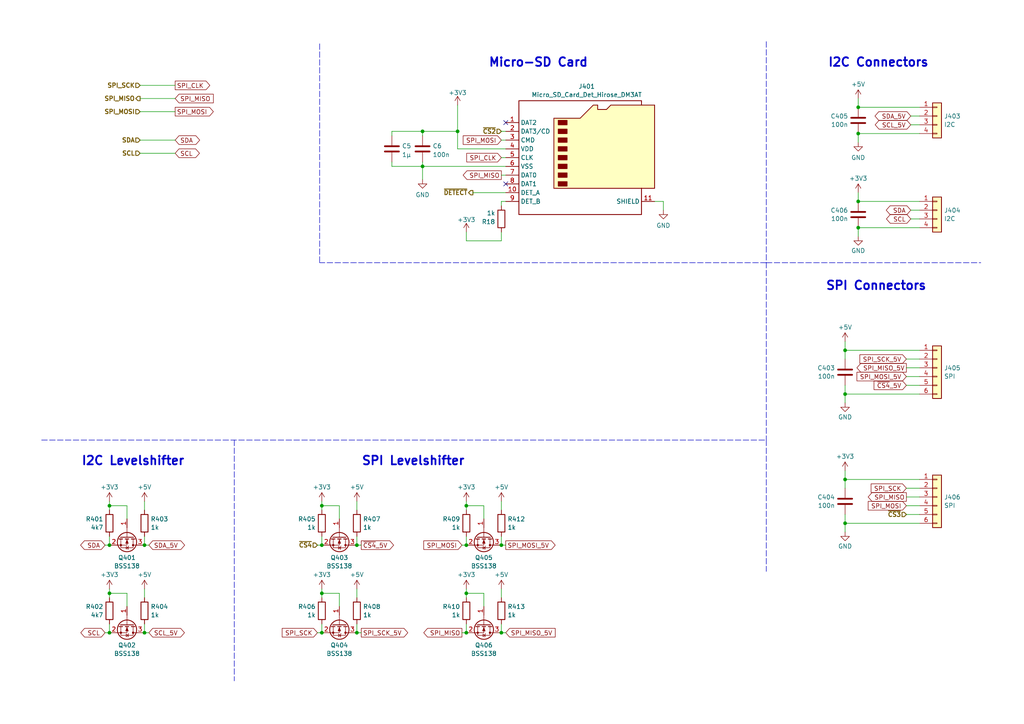
<source format=kicad_sch>
(kicad_sch (version 20231120) (generator "eeschema") (generator_version "8.0")
  (paper "A4")
  (lib_symbols
    (symbol "Connector:Micro_SD_Card_Det_Hirose_DM3AT"
      (property "Reference" "J" (at -16.51 17.78 0))
      (property "Value" "Micro_SD_Card_Det_Hirose_DM3AT" (at 16.51 17.78 0))
      (symbol "Micro_SD_Card_Det_Hirose_DM3AT_0_1"
        (rectangle (start -7.62 -6.985) (end -5.08 -8.255) (stroke (width 0.254)) (fill (type outline)))
        (rectangle (start -7.62 -4.445) (end -5.08 -5.715) (stroke (width 0.254)) (fill (type outline)))
        (rectangle (start -7.62 -1.905) (end -5.08 -3.175) (stroke (width 0.254)) (fill (type outline)))
        (rectangle (start -7.62 0.635) (end -5.08 -0.635) (stroke (width 0.254)) (fill (type outline)))
        (rectangle (start -7.62 3.175) (end -5.08 1.905) (stroke (width 0.254)) (fill (type outline)))
        (rectangle (start -7.62 5.715) (end -5.08 4.445) (stroke (width 0.254)) (fill (type outline)))
        (rectangle (start -7.62 8.255) (end -5.08 6.985) (stroke (width 0.254)) (fill (type outline)))
        (rectangle (start -7.62 10.795) (end -5.08 9.525) (stroke (width 0.254)) (fill (type outline)))
        (polyline (pts (xy 16.51 15.24) (xy 16.51 16.51) (xy -19.05 16.51) (xy -19.05 -16.51) (xy 16.51 -16.51) (xy 16.51 -8.89)) (stroke (width 0.254)))
        (polyline (pts (xy -8.89 -8.89) (xy -8.89 11.43) (xy -1.27 11.43) (xy 2.54 15.24) (xy 3.81 15.24) (xy 3.81 13.97) (xy 6.35 13.97) (xy 7.62 15.24) (xy 20.32 15.24) (xy 20.32 -8.89) (xy -8.89 -8.89)) (stroke (width 0.254)) (fill (type background)))
      )
      (symbol "Micro_SD_Card_Det_Hirose_DM3AT_1_1"
        (pin bidirectional line (at -22.86 10.16 0) (length 3.81) (name "DAT2") (number "1"))
        (pin passive line (at -22.86 -10.16 0) (length 3.81) (name "DET_A") (number "10"))
        (pin passive line (at 20.32 -12.7 180) (length 3.81) (name "SHIELD") (number "11"))
        (pin bidirectional line (at -22.86 7.62 0) (length 3.81) (name "DAT3/CD") (number "2"))
        (pin input line (at -22.86 5.08 0) (length 3.81) (name "CMD") (number "3"))
        (pin power_in line (at -22.86 2.54 0) (length 3.81) (name "VDD") (number "4"))
        (pin input line (at -22.86 0 0) (length 3.81) (name "CLK") (number "5"))
        (pin power_in line (at -22.86 -2.54 0) (length 3.81) (name "VSS") (number "6"))
        (pin bidirectional line (at -22.86 -5.08 0) (length 3.81) (name "DAT0") (number "7"))
        (pin bidirectional line (at -22.86 -7.62 0) (length 3.81) (name "DAT1") (number "8"))
        (pin passive line (at -22.86 -12.7 0) (length 3.81) (name "DET_B") (number "9"))
      )
    )
    (symbol "Connector_Generic:Conn_01x04" (pin_names (offset 1.016) hide)
      (property "Reference" "J" (at 0 5.08 0))
      (property "Value" "Conn_01x04" (at 0 -7.62 0))
      (symbol "Conn_01x04_1_1"
        (rectangle (start -1.27 -4.953) (end 0 -5.207) (stroke (width 0.1524)))
        (rectangle (start -1.27 -2.413) (end 0 -2.667) (stroke (width 0.1524)))
        (rectangle (start -1.27 0.127) (end 0 -0.127) (stroke (width 0.1524)))
        (rectangle (start -1.27 2.667) (end 0 2.413) (stroke (width 0.1524)))
        (rectangle (start -1.27 3.81) (end 1.27 -6.35) (stroke (width 0.254)) (fill (type background)))
        (pin passive line (at -5.08 2.54 0) (length 3.81) (name "Pin_1") (number "1"))
        (pin passive line (at -5.08 0 0) (length 3.81) (name "Pin_2") (number "2"))
        (pin passive line (at -5.08 -2.54 0) (length 3.81) (name "Pin_3") (number "3"))
        (pin passive line (at -5.08 -5.08 0) (length 3.81) (name "Pin_4") (number "4"))
      )
    )
    (symbol "Connector_Generic:Conn_01x06" (pin_names (offset 1.016) hide)
      (property "Reference" "J" (at 0 7.62 0))
      (property "Value" "Conn_01x06" (at 0 -10.16 0))
      (symbol "Conn_01x06_1_1"
        (rectangle (start -1.27 -7.493) (end 0 -7.747) (stroke (width 0.1524)))
        (rectangle (start -1.27 -4.953) (end 0 -5.207) (stroke (width 0.1524)))
        (rectangle (start -1.27 -2.413) (end 0 -2.667) (stroke (width 0.1524)))
        (rectangle (start -1.27 0.127) (end 0 -0.127) (stroke (width 0.1524)))
        (rectangle (start -1.27 2.667) (end 0 2.413) (stroke (width 0.1524)))
        (rectangle (start -1.27 5.207) (end 0 4.953) (stroke (width 0.1524)))
        (rectangle (start -1.27 6.35) (end 1.27 -8.89) (stroke (width 0.254)) (fill (type background)))
        (pin passive line (at -5.08 5.08 0) (length 3.81) (name "Pin_1") (number "1"))
        (pin passive line (at -5.08 2.54 0) (length 3.81) (name "Pin_2") (number "2"))
        (pin passive line (at -5.08 0 0) (length 3.81) (name "Pin_3") (number "3"))
        (pin passive line (at -5.08 -2.54 0) (length 3.81) (name "Pin_4") (number "4"))
        (pin passive line (at -5.08 -5.08 0) (length 3.81) (name "Pin_5") (number "5"))
        (pin passive line (at -5.08 -7.62 0) (length 3.81) (name "Pin_6") (number "6"))
      )
    )
    (symbol "Device:C" (pin_numbers hide) (pin_names (offset 0.254))
      (property "Reference" "C" (at 0.635 2.54 0))
      (property "Value" "C" (at 0.635 -2.54 0))
      (symbol "C_0_1"
        (polyline (pts (xy -2.032 -0.762) (xy 2.032 -0.762)) (stroke (width 0.508)))
        (polyline (pts (xy -2.032 0.762) (xy 2.032 0.762)) (stroke (width 0.508)))
      )
      (symbol "C_1_1"
        (pin passive line (at 0 3.81 270) (length 2.794) (name "~") (number "1"))
        (pin passive line (at 0 -3.81 90) (length 2.794) (name "~") (number "2"))
      )
    )
    (symbol "Device:R" (pin_numbers hide) (pin_names (offset 0))
      (property "Reference" "R" (at 2.032 0 90))
      (property "Value" "R" (at 0 0 90))
      (symbol "R_0_1"
        (rectangle (start -1.016 -2.54) (end 1.016 2.54) (stroke (width 0.254)))
      )
      (symbol "R_1_1"
        (pin passive line (at 0 3.81 270) (length 1.27) (name "~") (number "1"))
        (pin passive line (at 0 -3.81 90) (length 1.27) (name "~") (number "2"))
      )
    )
    (symbol "Transistor_FET:BSS138" (pin_names hide)
      (property "Reference" "Q" (at 5.08 1.905 0))
      (property "Value" "BSS138" (at 5.08 0 0))
      (symbol "BSS138_0_1"
        (polyline (pts (xy 0.254 0) (xy -2.54 0)))
        (polyline (pts (xy 0.254 1.905) (xy 0.254 -1.905)) (stroke (width 0.254)))
        (polyline (pts (xy 0.762 -1.27) (xy 0.762 -2.286)) (stroke (width 0.254)))
        (polyline (pts (xy 0.762 0.508) (xy 0.762 -0.508)) (stroke (width 0.254)))
        (polyline (pts (xy 0.762 2.286) (xy 0.762 1.27)) (stroke (width 0.254)))
        (polyline (pts (xy 2.54 2.54) (xy 2.54 1.778)))
        (polyline (pts (xy 2.54 -2.54) (xy 2.54 0) (xy 0.762 0)))
        (polyline (pts (xy 0.762 -1.778) (xy 3.302 -1.778) (xy 3.302 1.778) (xy 0.762 1.778)))
        (polyline (pts (xy 1.016 0) (xy 2.032 0.381) (xy 2.032 -0.381) (xy 1.016 0)) (fill (type outline)))
        (polyline (pts (xy 2.794 0.508) (xy 2.921 0.381) (xy 3.683 0.381) (xy 3.81 0.254)))
        (polyline (pts (xy 3.302 0.381) (xy 2.921 -0.254) (xy 3.683 -0.254) (xy 3.302 0.381)))
        (circle (center 1.651 0) (radius 2.794) (stroke (width 0.254)))
        (circle (center 2.54 -1.778) (radius 0.254) (fill (type outline)))
        (circle (center 2.54 1.778) (radius 0.254) (fill (type outline)))
      )
      (symbol "BSS138_1_1"
        (pin input line (at -5.08 0 0) (length 2.54) (name "G") (number "1"))
        (pin passive line (at 2.54 -5.08 90) (length 2.54) (name "S") (number "2"))
        (pin passive line (at 2.54 5.08 270) (length 2.54) (name "D") (number "3"))
      )
    )
    (symbol "power:+3V3" (power) (pin_names (offset 0))
      (property "Value" "+3V3" (at 0 3.556 0))
      (symbol "+3V3_0_1"
        (polyline (pts (xy -0.762 1.27) (xy 0 2.54)))
        (polyline (pts (xy 0 0) (xy 0 2.54)))
        (polyline (pts (xy 0 2.54) (xy 0.762 1.27)))
      )
      (symbol "+3V3_1_1"
        (pin power_in line (at 0 0 90) (length 0) hide (name "+3V3") (number "1"))
      )
    )
    (symbol "power:+5V" (power) (pin_names (offset 0))
      (property "Value" "+5V" (at 0 3.556 0))
      (symbol "+5V_0_1"
        (polyline (pts (xy -0.762 1.27) (xy 0 2.54)))
        (polyline (pts (xy 0 0) (xy 0 2.54)))
        (polyline (pts (xy 0 2.54) (xy 0.762 1.27)))
      )
      (symbol "+5V_1_1"
        (pin power_in line (at 0 0 90) (length 0) hide (name "+5V") (number "1"))
      )
    )
    (symbol "power:GND" (power) (pin_names (offset 0))
      (property "Value" "GND" (at 0 -3.81 0))
      (symbol "GND_0_1"
        (polyline (pts (xy 0 0) (xy 0 -1.27) (xy 1.27 -1.27) (xy 0 -2.54) (xy -1.27 -1.27) (xy 0 -1.27)))
      )
      (symbol "GND_1_1"
        (pin power_in line (at 0 0 270) (length 0) hide (name "GND") (number "1"))
      )
    )
  )
  (junction (at 103.505 183.515))
  (junction (at 245.11 101.6))
  (junction (at 103.505 158.115))
  (junction (at 135.255 172.085))
  (junction (at 135.255 183.515))
  (junction (at 132.715 38.1))
  (junction (at 41.91 158.115))
  (junction (at 135.255 146.685))
  (junction (at 245.11 151.765))
  (junction (at 145.415 158.115))
  (junction (at 31.75 183.515))
  (junction (at 135.255 158.115))
  (junction (at 93.345 172.085))
  (junction (at 31.75 158.115))
  (junction (at 248.92 58.42))
  (junction (at 31.75 146.685))
  (junction (at 245.11 139.065))
  (junction (at 41.91 183.515))
  (junction (at 248.92 66.04))
  (junction (at 93.345 158.115))
  (junction (at 145.415 183.515))
  (junction (at 248.92 38.735))
  (junction (at 122.555 38.1))
  (junction (at 93.345 146.685))
  (junction (at 93.345 183.515))
  (junction (at 31.75 172.085))
  (junction (at 245.11 114.3))
  (junction (at 122.555 48.26))
  (junction (at 248.92 31.115))
  (no_connect (at 146.685 53.34))
  (no_connect (at 146.685 35.56))
  (wire (pts (xy 248.92 55.88) (xy 248.92 58.42)))
  (wire (pts (xy 92.075 183.515) (xy 93.345 183.515)))
  (wire (pts (xy 264.16 60.96) (xy 266.7 60.96)))
  (wire (pts (xy 140.335 146.685) (xy 135.255 146.685)))
  (wire (pts (xy 245.11 149.225) (xy 245.11 151.765)))
  (wire (pts (xy 93.345 180.975) (xy 93.345 183.515)))
  (wire (pts (xy 135.255 180.975) (xy 135.255 183.515)))
  (wire (pts (xy 135.255 67.31) (xy 135.255 69.85)))
  (wire (pts (xy 41.91 155.575) (xy 41.91 158.115)))
  (polyline (pts (xy 222.25 76.2) (xy 284.48 76.2)) (stroke (width 0) (type dash)))
  (wire (pts (xy 41.91 180.975) (xy 41.91 183.515)))
  (wire (pts (xy 50.8 24.765) (xy 40.64 24.765)))
  (wire (pts (xy 41.91 170.815) (xy 41.91 173.355)))
  (wire (pts (xy 40.64 40.64) (xy 50.8 40.64)))
  (wire (pts (xy 262.89 146.685) (xy 266.7 146.685)))
  (wire (pts (xy 93.345 170.815) (xy 93.345 172.085)))
  (wire (pts (xy 31.75 155.575) (xy 31.75 158.115)))
  (wire (pts (xy 30.48 183.515) (xy 31.75 183.515)))
  (wire (pts (xy 262.89 111.76) (xy 266.7 111.76)))
  (wire (pts (xy 122.555 38.1) (xy 132.715 38.1)))
  (wire (pts (xy 145.415 145.415) (xy 145.415 147.955)))
  (wire (pts (xy 103.505 180.975) (xy 103.505 183.515)))
  (wire (pts (xy 113.665 38.1) (xy 113.665 39.37)))
  (wire (pts (xy 93.345 146.685) (xy 93.345 147.955)))
  (wire (pts (xy 145.415 38.1) (xy 146.685 38.1)))
  (wire (pts (xy 145.415 67.31) (xy 145.415 69.85)))
  (polyline (pts (xy 222.25 76.2) (xy 92.71 76.2)) (stroke (width 0) (type dash)))
  (wire (pts (xy 36.83 146.685) (xy 31.75 146.685)))
  (wire (pts (xy 36.83 172.085) (xy 31.75 172.085)))
  (wire (pts (xy 133.985 158.115) (xy 135.255 158.115)))
  (wire (pts (xy 264.16 36.195) (xy 266.7 36.195)))
  (wire (pts (xy 135.255 155.575) (xy 135.255 158.115)))
  (wire (pts (xy 135.255 146.685) (xy 135.255 147.955)))
  (wire (pts (xy 245.11 101.6) (xy 245.11 104.14)))
  (wire (pts (xy 192.405 58.42) (xy 189.865 58.42)))
  (polyline (pts (xy 222.25 127.635) (xy 222.25 165.735)) (stroke (width 0) (type dash)))
  (wire (pts (xy 145.415 50.8) (xy 146.685 50.8)))
  (wire (pts (xy 145.415 155.575) (xy 145.415 158.115)))
  (wire (pts (xy 245.11 136.525) (xy 245.11 139.065)))
  (wire (pts (xy 132.715 38.1) (xy 132.715 43.18)))
  (wire (pts (xy 140.335 150.495) (xy 140.335 146.685)))
  (wire (pts (xy 103.505 158.115) (xy 104.775 158.115)))
  (wire (pts (xy 245.11 151.765) (xy 245.11 154.305)))
  (wire (pts (xy 93.345 145.415) (xy 93.345 146.685)))
  (wire (pts (xy 145.415 45.72) (xy 146.685 45.72)))
  (wire (pts (xy 140.335 172.085) (xy 135.255 172.085)))
  (wire (pts (xy 31.75 145.415) (xy 31.75 146.685)))
  (wire (pts (xy 145.415 40.64) (xy 146.685 40.64)))
  (wire (pts (xy 135.255 69.85) (xy 145.415 69.85)))
  (wire (pts (xy 93.345 172.085) (xy 93.345 173.355)))
  (wire (pts (xy 31.75 180.975) (xy 31.75 183.515)))
  (wire (pts (xy 248.92 28.575) (xy 248.92 31.115)))
  (wire (pts (xy 248.92 66.04) (xy 266.7 66.04)))
  (wire (pts (xy 262.89 144.145) (xy 266.7 144.145)))
  (wire (pts (xy 122.555 38.1) (xy 122.555 39.37)))
  (wire (pts (xy 264.16 63.5) (xy 266.7 63.5)))
  (wire (pts (xy 262.89 141.605) (xy 266.7 141.605)))
  (wire (pts (xy 92.075 158.115) (xy 93.345 158.115)))
  (wire (pts (xy 103.505 170.815) (xy 103.505 173.355)))
  (wire (pts (xy 135.255 172.085) (xy 135.255 173.355)))
  (wire (pts (xy 262.89 104.14) (xy 266.7 104.14)))
  (wire (pts (xy 145.415 59.69) (xy 145.415 58.42)))
  (wire (pts (xy 103.505 155.575) (xy 103.505 158.115)))
  (wire (pts (xy 122.555 48.26) (xy 146.685 48.26)))
  (wire (pts (xy 103.505 183.515) (xy 104.775 183.515)))
  (wire (pts (xy 192.405 60.96) (xy 192.405 58.42)))
  (wire (pts (xy 248.92 38.735) (xy 266.7 38.735)))
  (wire (pts (xy 245.11 139.065) (xy 266.7 139.065)))
  (wire (pts (xy 98.425 150.495) (xy 98.425 146.685)))
  (wire (pts (xy 248.92 31.115) (xy 266.7 31.115)))
  (wire (pts (xy 145.415 183.515) (xy 146.685 183.515)))
  (wire (pts (xy 30.48 158.115) (xy 31.75 158.115)))
  (wire (pts (xy 248.92 58.42) (xy 266.7 58.42)))
  (wire (pts (xy 31.75 146.685) (xy 31.75 147.955)))
  (wire (pts (xy 122.555 48.26) (xy 122.555 52.07)))
  (polyline (pts (xy 222.25 12.065) (xy 222.25 127.635)) (stroke (width 0) (type dash)))
  (wire (pts (xy 132.715 43.18) (xy 146.685 43.18)))
  (wire (pts (xy 98.425 175.895) (xy 98.425 172.085)))
  (wire (pts (xy 262.89 109.22) (xy 266.7 109.22)))
  (wire (pts (xy 245.11 139.065) (xy 245.11 141.605)))
  (wire (pts (xy 135.255 170.815) (xy 135.255 172.085)))
  (wire (pts (xy 113.665 48.26) (xy 113.665 46.99)))
  (wire (pts (xy 50.8 32.385) (xy 40.64 32.385)))
  (wire (pts (xy 36.83 175.895) (xy 36.83 172.085)))
  (wire (pts (xy 140.335 175.895) (xy 140.335 172.085)))
  (wire (pts (xy 145.415 180.975) (xy 145.415 183.515)))
  (wire (pts (xy 31.75 172.085) (xy 31.75 173.355)))
  (wire (pts (xy 245.11 151.765) (xy 266.7 151.765)))
  (polyline (pts (xy 92.71 12.7) (xy 92.71 76.2)) (stroke (width 0) (type dash)))
  (polyline (pts (xy 12.065 127.635) (xy 222.25 127.635)) (stroke (width 0) (type dash)))
  (wire (pts (xy 245.11 114.3) (xy 245.11 116.84)))
  (wire (pts (xy 145.415 158.115) (xy 146.685 158.115)))
  (wire (pts (xy 98.425 146.685) (xy 93.345 146.685)))
  (wire (pts (xy 245.11 114.3) (xy 266.7 114.3)))
  (wire (pts (xy 31.75 170.815) (xy 31.75 172.085)))
  (wire (pts (xy 137.16 55.88) (xy 146.685 55.88)))
  (wire (pts (xy 145.415 170.815) (xy 145.415 173.355)))
  (wire (pts (xy 262.89 149.225) (xy 266.7 149.225)))
  (wire (pts (xy 41.91 145.415) (xy 41.91 147.955)))
  (wire (pts (xy 103.505 145.415) (xy 103.505 147.955)))
  (wire (pts (xy 245.11 111.76) (xy 245.11 114.3)))
  (wire (pts (xy 264.16 33.655) (xy 266.7 33.655)))
  (wire (pts (xy 245.11 101.6) (xy 266.7 101.6)))
  (wire (pts (xy 132.715 30.48) (xy 132.715 38.1)))
  (wire (pts (xy 93.345 155.575) (xy 93.345 158.115)))
  (wire (pts (xy 36.83 150.495) (xy 36.83 146.685)))
  (wire (pts (xy 133.985 183.515) (xy 135.255 183.515)))
  (wire (pts (xy 40.64 44.45) (xy 50.8 44.45)))
  (wire (pts (xy 41.91 183.515) (xy 43.18 183.515)))
  (wire (pts (xy 113.665 38.1) (xy 122.555 38.1)))
  (wire (pts (xy 98.425 172.085) (xy 93.345 172.085)))
  (wire (pts (xy 135.255 145.415) (xy 135.255 146.685)))
  (wire (pts (xy 248.92 66.04) (xy 248.92 68.58)))
  (wire (pts (xy 50.8 28.575) (xy 40.64 28.575)))
  (wire (pts (xy 245.11 99.06) (xy 245.11 101.6)))
  (wire (pts (xy 122.555 46.99) (xy 122.555 48.26)))
  (wire (pts (xy 248.92 38.735) (xy 248.92 41.275)))
  (wire (pts (xy 262.89 106.68) (xy 266.7 106.68)))
  (wire (pts (xy 113.665 48.26) (xy 122.555 48.26)))
  (wire (pts (xy 41.91 158.115) (xy 43.18 158.115)))
  (polyline (pts (xy 67.945 127.635) (xy 67.945 197.485)) (stroke (width 0) (type dash)))
  (wire (pts (xy 145.415 58.42) (xy 146.685 58.42)))
  (text "I2C Connectors" (at 240.03 19.685 0) (effects (font (size 2.5 2.5) (thickness 0.5) (bold yes)) (justify left bottom)))
  (text "SPI Levelshifter" (at 104.775 135.255 0) (effects (font (size 2.5 2.5) (thickness 0.5) (bold yes)) (justify left bottom)))
  (text "Micro-SD Card" (at 141.605 19.685 0) (effects (font (size 2.5 2.5) (thickness 0.5) (bold yes)) (justify left bottom)))
  (text "SPI Connectors" (at 239.395 84.455 0) (effects (font (size 2.5 2.5) (thickness 0.5) (bold yes)) (justify left bottom)))
  (text "I2C Levelshifter" (at 23.495 135.255 0) (effects (font (size 2.5 2.5) (thickness 0.5) (bold yes)) (justify left bottom)))
  (global_label "SPI_MOSI" (shape input) (at 133.985 158.115 180) (property "Intersheetrefs" "${INTERSHEET_REFS}" (effects (hide yes))))
  (global_label "SCL" (shape bidirectional) (at 264.16 63.5 180) (property "Intersheetrefs" "${INTERSHEET_REFS}" (effects (hide yes))))
  (global_label "SPI_MISO_5V" (shape input) (at 146.685 183.515 0) (property "Intersheetrefs" "${INTERSHEET_REFS}" (effects (hide yes))))
  (global_label "SPI_SCK" (shape input) (at 92.075 183.515 180) (property "Intersheetrefs" "${INTERSHEET_REFS}" (effects (hide yes))))
  (global_label "SPI_SCK_5V" (shape output) (at 104.775 183.515 0) (property "Intersheetrefs" "${INTERSHEET_REFS}" (effects (hide yes))))
  (global_label "SPI_MOSI" (shape input) (at 145.415 40.64 180) (property "Intersheetrefs" "${INTERSHEET_REFS}" (effects (hide yes))))
  (global_label "SPI_CLK" (shape input) (at 145.415 45.72 180) (property "Intersheetrefs" "${INTERSHEET_REFS}" (effects (hide yes))))
  (global_label "SCL_5V" (shape bidirectional) (at 43.18 183.515 0) (property "Intersheetrefs" "${INTERSHEET_REFS}" (effects (hide yes))))
  (global_label "SPI_MOSI_5V" (shape output) (at 146.685 158.115 0) (property "Intersheetrefs" "${INTERSHEET_REFS}" (effects (hide yes))))
  (global_label "SPI_MISO" (shape output) (at 145.415 50.8 180) (property "Intersheetrefs" "${INTERSHEET_REFS}" (effects (hide yes))))
  (global_label "SPI_MOSI_5V" (shape input) (at 262.89 109.22 180) (property "Intersheetrefs" "${INTERSHEET_REFS}" (effects (hide yes))))
  (global_label "SPI_MISO_5V" (shape output) (at 262.89 106.68 180) (property "Intersheetrefs" "${INTERSHEET_REFS}" (effects (hide yes))))
  (global_label "SPI_SCK_5V" (shape input) (at 262.89 104.14 180) (property "Intersheetrefs" "${INTERSHEET_REFS}" (effects (hide yes))))
  (global_label "SPI_CLK" (shape output) (at 50.8 24.765 0) (property "Intersheetrefs" "${INTERSHEET_REFS}" (effects (hide yes))))
  (global_label "SDA" (shape bidirectional) (at 264.16 60.96 180) (property "Intersheetrefs" "${INTERSHEET_REFS}" (effects (hide yes))))
  (global_label "SPI_SCK" (shape input) (at 262.89 141.605 180) (property "Intersheetrefs" "${INTERSHEET_REFS}" (effects (hide yes))))
  (global_label "~{CS4}_5V" (shape input) (at 262.89 111.76 180) (property "Intersheetrefs" "${INTERSHEET_REFS}" (effects (hide yes))))
  (global_label "SDA_5V" (shape bidirectional) (at 264.16 33.655 180) (property "Intersheetrefs" "${INTERSHEET_REFS}" (effects (hide yes))))
  (global_label "SDA_5V" (shape bidirectional) (at 43.18 158.115 0) (property "Intersheetrefs" "${INTERSHEET_REFS}" (effects (hide yes))))
  (global_label "SPI_MISO" (shape output) (at 262.89 144.145 180) (property "Intersheetrefs" "${INTERSHEET_REFS}" (effects (hide yes))))
  (global_label "SDA" (shape bidirectional) (at 50.8 40.64 0) (property "Intersheetrefs" "${INTERSHEET_REFS}" (effects (hide yes))))
  (global_label "SDA" (shape bidirectional) (at 30.48 158.115 180) (property "Intersheetrefs" "${INTERSHEET_REFS}" (effects (hide yes))))
  (global_label "SPI_MISO" (shape output) (at 133.985 183.515 180) (property "Intersheetrefs" "${INTERSHEET_REFS}" (effects (hide yes))))
  (global_label "SPI_MOSI" (shape input) (at 262.89 146.685 180) (property "Intersheetrefs" "${INTERSHEET_REFS}" (effects (hide yes))))
  (global_label "SCL" (shape bidirectional) (at 50.8 44.45 0) (property "Intersheetrefs" "${INTERSHEET_REFS}" (effects (hide yes))))
  (global_label "~{CS4}_5V" (shape output) (at 104.775 158.115 0) (property "Intersheetrefs" "${INTERSHEET_REFS}" (effects (hide yes))))
  (global_label "SPI_MISO" (shape input) (at 50.8 28.575 0) (property "Intersheetrefs" "${INTERSHEET_REFS}" (effects (hide yes))))
  (global_label "SCL" (shape bidirectional) (at 30.48 183.515 180) (property "Intersheetrefs" "${INTERSHEET_REFS}" (effects (hide yes))))
  (global_label "SCL_5V" (shape bidirectional) (at 264.16 36.195 180) (property "Intersheetrefs" "${INTERSHEET_REFS}" (effects (hide yes))))
  (global_label "SPI_MOSI" (shape output) (at 50.8 32.385 0) (property "Intersheetrefs" "${INTERSHEET_REFS}" (effects (hide yes))))
  (hierarchical_label "SPI_MOSI" (shape input) (at 40.64 32.385 180) (effects (font (bold yes))))
  (hierarchical_label "~{DETECT}" (shape output) (at 137.16 55.88 180) (effects (font (bold yes))))
  (hierarchical_label "SPI_SCK" (shape input) (at 40.64 24.765 180) (effects (font (bold yes))))
  (hierarchical_label "~{CS2}" (shape input) (at 145.415 38.1 180) (effects (font (bold yes))))
  (hierarchical_label "SCL" (shape input) (at 40.64 44.45 180) (effects (font (bold yes))))
  (hierarchical_label "~{CS3}" (shape input) (at 262.89 149.225 180) (effects (font (bold yes))))
  (hierarchical_label "SPI_MISO" (shape output) (at 40.64 28.575 180) (effects (font (bold yes))))
  (hierarchical_label "~{CS4}" (shape input) (at 92.075 158.115 180) (effects (font (bold yes))))
  (hierarchical_label "SDA" (shape input) (at 40.64 40.64 180) (effects (font (bold yes))))
  (symbol (lib_id "Device:C") (at 245.11 145.415 0) (unit 1)
    (property "Reference" "C404" (at 242.189 144.2029 0) (effects (justify right)))
    (property "Value" "100n" (at 242.189 146.6271 0) (effects (justify right)))
    (property "Footprint" "Capacitor_SMD:C_0805_2012Metric" (effects (hide yes)))
  )
  (symbol (lib_id "Transistor_FET:BSS138") (at 98.425 180.975 270) (unit 1)
    (property "Reference" "Q404" (at 98.425 187.1401 90))
    (property "Value" "BSS138" (at 98.425 189.5643 90))
    (property "Footprint" "Package_TO_SOT_SMD:SOT-23" (effects (hide yes)))
    (property "Datasheet" "https://www.onsemi.com/pub/Collateral/BSS138-D.PDF" (effects (hide yes)))
  )
  (symbol (lib_id "power:+5V") (at 145.415 170.815 0) (unit 1)
    (property "Reference" "#PWR083" (effects (hide yes)))
    (property "Value" "+5V" (at 145.415 166.6819 0))
  )
  (symbol (lib_id "power:+3V3") (at 93.345 170.815 0) (unit 1)
    (property "Reference" "#PWR077" (effects (hide yes)))
    (property "Value" "+3V3" (at 93.345 166.6819 0))
  )
  (symbol (lib_id "power:GND") (at 122.555 52.07 0) (unit 1)
    (property "Reference" "#PWR022" (effects (hide yes)))
    (property "Value" "GND" (at 122.555 56.5134 0))
    (instances (project "Plantomation" (path "" (reference "#PWR022") (unit 1))) (project "peri" (path "" (reference "#PWR0469") (unit 1))) (project "Plantomation_V2" (path "" (reference "#PWR064") (unit 1))))
  )
  (symbol (lib_id "power:+3V3") (at 132.715 30.48 0) (unit 1)
    (property "Reference" "#PWR025" (effects (hide yes)))
    (property "Value" "+3V3" (at 132.715 26.9042 0))
    (instances (project "Plantomation" (path "" (reference "#PWR025") (unit 1))) (project "peri" (path "" (reference "#PWR0467") (unit 1))) (project "Plantomation_V2" (path "" (reference "#PWR065") (unit 1))))
  )
  (symbol (lib_id "power:+3V3") (at 135.255 145.415 0) (unit 1)
    (property "Reference" "#PWR080" (effects (hide yes)))
    (property "Value" "+3V3" (at 135.255 141.2819 0))
  )
  (symbol (lib_id "Device:R") (at 135.255 177.165 0) (mirror y) (unit 1)
    (property "Reference" "R410" (at 133.477 175.9529 0) (effects (justify left)))
    (property "Value" "1k" (at 133.477 178.3771 0) (effects (justify left)))
    (property "Footprint" "Resistor_SMD:R_0805_2012Metric" (effects (hide yes)))
  )
  (symbol (lib_id "Connector_Generic:Conn_01x04") (at 271.78 33.655 0) (unit 1)
    (property "Reference" "J403" (at 273.812 33.7129 0) (effects (justify left)))
    (property "Value" "I2C" (at 273.812 36.1371 0) (effects (justify left)))
    (property "Footprint" "Connector_PinHeader_2.54mm:PinHeader_1x04_P2.54mm_Vertical" (effects (hide yes)))
  )
  (symbol (lib_id "power:+5V") (at 245.11 99.06 0) (unit 1)
    (property "Reference" "#PWR063" (effects (hide yes)))
    (property "Value" "+5V" (at 245.11 94.9269 0))
  )
  (symbol (lib_id "Device:R") (at 41.91 151.765 0) (unit 1)
    (property "Reference" "R403" (at 43.688 150.5529 0) (effects (justify left)))
    (property "Value" "1k" (at 43.688 152.9771 0) (effects (justify left)))
    (property "Footprint" "Resistor_SMD:R_0805_2012Metric" (effects (hide yes)))
  )
  (symbol (lib_id "Transistor_FET:BSS138") (at 36.83 180.975 270) (unit 1)
    (property "Reference" "Q402" (at 36.83 187.1401 90))
    (property "Value" "BSS138" (at 36.83 189.5643 90))
    (property "Footprint" "Package_TO_SOT_SMD:SOT-23" (effects (hide yes)))
    (property "Datasheet" "https://www.onsemi.com/pub/Collateral/BSS138-D.PDF" (effects (hide yes)))
  )
  (symbol (lib_id "power:GND") (at 245.11 116.84 0) (unit 1)
    (property "Reference" "#PWR0100" (effects (hide yes)))
    (property "Value" "GND" (at 245.11 120.9731 0))
  )
  (symbol (lib_id "Device:R") (at 93.345 177.165 0) (mirror y) (unit 1)
    (property "Reference" "R406" (at 91.567 175.9529 0) (effects (justify left)))
    (property "Value" "1k" (at 91.567 178.3771 0) (effects (justify left)))
    (property "Footprint" "Resistor_SMD:R_0805_2012Metric" (effects (hide yes)))
  )
  (symbol (lib_id "Device:R") (at 145.415 151.765 0) (unit 1)
    (property "Reference" "R412" (at 147.193 150.5529 0) (effects (justify left)))
    (property "Value" "1k" (at 147.193 152.9771 0) (effects (justify left)))
    (property "Footprint" "Resistor_SMD:R_0805_2012Metric" (effects (hide yes)))
  )
  (symbol (lib_id "power:GND") (at 248.92 41.275 0) (unit 1)
    (property "Reference" "#PWR058" (effects (hide yes)))
    (property "Value" "GND" (at 248.92 45.72 0))
  )
  (symbol (lib_id "Device:C") (at 122.555 43.18 0) (unit 1)
    (property "Reference" "C6" (at 125.476 42.3453 0) (effects (justify left)))
    (property "Value" "100n" (at 125.476 44.8822 0) (effects (justify left)))
    (property "Footprint" "Capacitor_SMD:C_0805_2012Metric" (effects (hide yes)))
    (instances (project "Plantomation" (path "" (reference "C6") (unit 1))) (project "peri" (path "" (reference "C410") (unit 1))) (project "Plantomation_V2" (path "" (reference "C402") (unit 1))))
  )
  (symbol (lib_id "power:+3V3") (at 245.11 136.525 0) (unit 1)
    (property "Reference" "#PWR037" (effects (hide yes)))
    (property "Value" "+3V3" (at 245.11 132.3919 0))
  )
  (symbol (lib_id "Device:R") (at 135.255 151.765 0) (mirror y) (unit 1)
    (property "Reference" "R409" (at 133.477 150.5529 0) (effects (justify left)))
    (property "Value" "1k" (at 133.477 152.9771 0) (effects (justify left)))
    (property "Footprint" "Resistor_SMD:R_0805_2012Metric" (effects (hide yes)))
  )
  (symbol (lib_id "Device:R") (at 103.505 177.165 0) (unit 1)
    (property "Reference" "R408" (at 105.283 175.9529 0) (effects (justify left)))
    (property "Value" "1k" (at 105.283 178.3771 0) (effects (justify left)))
    (property "Footprint" "Resistor_SMD:R_0805_2012Metric" (effects (hide yes)))
  )
  (symbol (lib_id "Device:R") (at 145.415 177.165 0) (unit 1)
    (property "Reference" "R413" (at 147.193 175.9529 0) (effects (justify left)))
    (property "Value" "1k" (at 147.193 178.3771 0) (effects (justify left)))
    (property "Footprint" "Resistor_SMD:R_0805_2012Metric" (effects (hide yes)))
  )
  (symbol (lib_id "power:GND") (at 245.11 154.305 0) (unit 1)
    (property "Reference" "#PWR038" (effects (hide yes)))
    (property "Value" "GND" (at 245.11 158.4381 0))
  )
  (symbol (lib_id "Device:R") (at 31.75 151.765 0) (mirror y) (unit 1)
    (property "Reference" "R401" (at 29.972 150.5529 0) (effects (justify left)))
    (property "Value" "4k7" (at 29.972 152.9771 0) (effects (justify left)))
    (property "Footprint" "Resistor_SMD:R_0805_2012Metric" (effects (hide yes)))
  )
  (symbol (lib_id "Transistor_FET:BSS138") (at 36.83 155.575 270) (unit 1)
    (property "Reference" "Q401" (at 36.83 161.7401 90))
    (property "Value" "BSS138" (at 36.83 164.1643 90))
    (property "Footprint" "Package_TO_SOT_SMD:SOT-23" (effects (hide yes)))
    (property "Datasheet" "https://www.onsemi.com/pub/Collateral/BSS138-D.PDF" (effects (hide yes)))
  )
  (symbol (lib_id "Transistor_FET:BSS138") (at 140.335 180.975 270) (unit 1)
    (property "Reference" "Q406" (at 140.335 187.1401 90))
    (property "Value" "BSS138" (at 140.335 189.5643 90))
    (property "Footprint" "Package_TO_SOT_SMD:SOT-23" (effects (hide yes)))
    (property "Datasheet" "https://www.onsemi.com/pub/Collateral/BSS138-D.PDF" (effects (hide yes)))
  )
  (symbol (lib_id "power:+5V") (at 145.415 145.415 0) (unit 1)
    (property "Reference" "#PWR082" (effects (hide yes)))
    (property "Value" "+5V" (at 145.415 141.2819 0))
  )
  (symbol (lib_id "Device:R") (at 31.75 177.165 0) (mirror y) (unit 1)
    (property "Reference" "R402" (at 29.972 175.9529 0) (effects (justify left)))
    (property "Value" "4k7" (at 29.972 178.3771 0) (effects (justify left)))
    (property "Footprint" "Resistor_SMD:R_0805_2012Metric" (effects (hide yes)))
  )
  (symbol (lib_id "Device:C") (at 245.11 107.95 0) (unit 1)
    (property "Reference" "C403" (at 242.189 106.7379 0) (effects (justify right)))
    (property "Value" "100n" (at 242.189 109.1621 0) (effects (justify right)))
    (property "Footprint" "Capacitor_SMD:C_0805_2012Metric" (effects (hide yes)))
  )
  (symbol (lib_id "power:+3V3") (at 135.255 170.815 0) (unit 1)
    (property "Reference" "#PWR081" (effects (hide yes)))
    (property "Value" "+3V3" (at 135.255 166.6819 0))
  )
  (symbol (lib_id "power:GND") (at 248.92 68.58 0) (unit 1)
    (property "Reference" "#PWR062" (effects (hide yes)))
    (property "Value" "GND" (at 248.92 72.7131 0))
  )
  (symbol (lib_id "Device:C") (at 113.665 43.18 0) (unit 1)
    (property "Reference" "C5" (at 116.586 42.3453 0) (effects (justify left)))
    (property "Value" "1µ" (at 116.586 44.8822 0) (effects (justify left)))
    (property "Footprint" "Capacitor_SMD:C_0805_2012Metric" (effects (hide yes)))
    (instances (project "Plantomation" (path "" (reference "C5") (unit 1))) (project "peri" (path "" (reference "C414") (unit 1))) (project "Plantomation_V2" (path "" (reference "C401") (unit 1))))
  )
  (symbol (lib_id "Transistor_FET:BSS138") (at 98.425 155.575 270) (unit 1)
    (property "Reference" "Q403" (at 98.425 161.7401 90))
    (property "Value" "BSS138" (at 98.425 164.1643 90))
    (property "Footprint" "Package_TO_SOT_SMD:SOT-23" (effects (hide yes)))
    (property "Datasheet" "https://www.onsemi.com/pub/Collateral/BSS138-D.PDF" (effects (hide yes)))
  )
  (symbol (lib_id "power:+5V") (at 41.91 170.815 0) (unit 1)
    (property "Reference" "#PWR075" (effects (hide yes)))
    (property "Value" "+5V" (at 41.91 166.6819 0))
  )
  (symbol (lib_id "power:+5V") (at 103.505 170.815 0) (unit 1)
    (property "Reference" "#PWR079" (effects (hide yes)))
    (property "Value" "+5V" (at 103.505 166.6819 0))
  )
  (symbol (lib_id "power:+3V3") (at 248.92 55.88 0) (unit 1)
    (property "Reference" "#PWR060" (effects (hide yes)))
    (property "Value" "+3V3" (at 248.92 51.7469 0))
  )
  (symbol (lib_id "power:+3V3") (at 31.75 145.415 0) (unit 1)
    (property "Reference" "#PWR072" (effects (hide yes)))
    (property "Value" "+3V3" (at 31.75 141.2819 0))
  )
  (symbol (lib_id "power:GND") (at 192.405 60.96 0) (unit 1)
    (property "Reference" "#PWR042" (effects (hide yes)))
    (property "Value" "GND" (at 192.405 65.4034 0))
    (instances (project "Plantomation" (path "" (reference "#PWR042") (unit 1))) (project "peri" (path "" (reference "#PWR0470") (unit 1))) (project "Plantomation_V2" (path "" (reference "#PWR0102") (unit 1))))
  )
  (symbol (lib_id "Connector_Generic:Conn_01x06") (at 271.78 106.68 0) (unit 1)
    (property "Reference" "J405" (at 273.812 106.7379 0) (effects (justify left)))
    (property "Value" "SPI" (at 273.812 109.1621 0) (effects (justify left)))
    (property "Footprint" "Connector_PinHeader_2.54mm:PinHeader_1x06_P2.54mm_Vertical" (effects (hide yes)))
  )
  (symbol (lib_id "Connector_Generic:Conn_01x06") (at 271.78 144.145 0) (unit 1)
    (property "Reference" "J406" (at 273.812 144.2029 0) (effects (justify left)))
    (property "Value" "SPI" (at 273.812 146.6271 0) (effects (justify left)))
    (property "Footprint" "Connector_PinHeader_2.54mm:PinHeader_1x06_P2.54mm_Vertical" (effects (hide yes)))
  )
  (symbol (lib_id "power:+3V3") (at 93.345 145.415 0) (unit 1)
    (property "Reference" "#PWR076" (effects (hide yes)))
    (property "Value" "+3V3" (at 93.345 141.2819 0))
  )
  (symbol (lib_id "power:+3V3") (at 135.255 67.31 0) (unit 1)
    (property "Reference" "#PWR046" (effects (hide yes)))
    (property "Value" "+3V3" (at 135.255 63.7342 0))
    (instances (project "Plantomation" (path "" (reference "#PWR046") (unit 1))) (project "peri" (path "" (reference "#PWR0466") (unit 1))) (project "Plantomation_V2" (path "" (reference "#PWR099") (unit 1))))
  )
  (symbol (lib_id "power:+3V3") (at 31.75 170.815 0) (unit 1)
    (property "Reference" "#PWR073" (effects (hide yes)))
    (property "Value" "+3V3" (at 31.75 166.6819 0))
  )
  (symbol (lib_id "Device:R") (at 145.415 63.5 180) (unit 1)
    (property "Reference" "R18" (at 143.637 64.3347 0) (effects (justify left)))
    (property "Value" "1k" (at 143.637 61.7978 0) (effects (justify left)))
    (property "Footprint" "Resistor_SMD:R_0805_2012Metric" (effects (hide yes)))
    (instances (project "Plantomation" (path "" (reference "R18") (unit 1))) (project "peri" (path "" (reference "R448") (unit 1))) (project "Plantomation_V2" (path "" (reference "R411") (unit 1))))
  )
  (symbol (lib_id "Device:R") (at 93.345 151.765 0) (mirror y) (unit 1)
    (property "Reference" "R405" (at 91.567 150.5529 0) (effects (justify left)))
    (property "Value" "1k" (at 91.567 152.9771 0) (effects (justify left)))
    (property "Footprint" "Resistor_SMD:R_0805_2012Metric" (effects (hide yes)))
  )
  (symbol (lib_id "power:+5V") (at 248.92 28.575 0) (unit 1)
    (property "Reference" "#PWR057" (effects (hide yes)))
    (property "Value" "+5V" (at 248.92 24.4419 0))
  )
  (symbol (lib_id "power:+5V") (at 41.91 145.415 0) (unit 1)
    (property "Reference" "#PWR074" (effects (hide yes)))
    (property "Value" "+5V" (at 41.91 141.2819 0))
  )
  (symbol (lib_id "Transistor_FET:BSS138") (at 140.335 155.575 270) (unit 1)
    (property "Reference" "Q405" (at 140.335 161.7401 90))
    (property "Value" "BSS138" (at 140.335 164.1643 90))
    (property "Footprint" "Package_TO_SOT_SMD:SOT-23" (effects (hide yes)))
    (property "Datasheet" "https://www.onsemi.com/pub/Collateral/BSS138-D.PDF" (effects (hide yes)))
  )
  (symbol (lib_id "Connector:Micro_SD_Card_Det_Hirose_DM3AT") (at 169.545 45.72 0) (unit 1)
    (property "Reference" "J401" (at 170.18 25.0657 0))
    (property "Value" "Micro_SD_Card_Det_Hirose_DM3AT" (at 170.18 27.4899 0))
    (property "Footprint" "Connector_Card:microSD_HC_Hirose_DM3AT-SF-PEJM5" (effects (hide yes)))
    (property "Datasheet" "https://www.hirose.com/product/en/download_file/key_name/DM3/category/Catalog/doc_file_id/49662/?file_category_id=4&item_id=195&is_series=1" (effects (hide yes)))
  )
  (symbol (lib_id "Device:R") (at 103.505 151.765 0) (unit 1)
    (property "Reference" "R407" (at 105.283 150.5529 0) (effects (justify left)))
    (property "Value" "1k" (at 105.283 152.9771 0) (effects (justify left)))
    (property "Footprint" "Resistor_SMD:R_0805_2012Metric" (effects (hide yes)))
  )
  (symbol (lib_id "Device:C") (at 248.92 62.23 0) (unit 1)
    (property "Reference" "C406" (at 245.999 61.0179 0) (effects (justify right)))
    (property "Value" "100n" (at 245.999 63.4421 0) (effects (justify right)))
    (property "Footprint" "Capacitor_SMD:C_0805_2012Metric" (effects (hide yes)))
  )
  (symbol (lib_id "Device:R") (at 41.91 177.165 0) (unit 1)
    (property "Reference" "R404" (at 43.688 175.9529 0) (effects (justify left)))
    (property "Value" "1k" (at 43.688 178.3771 0) (effects (justify left)))
    (property "Footprint" "Resistor_SMD:R_0805_2012Metric" (effects (hide yes)))
  )
  (symbol (lib_id "Connector_Generic:Conn_01x04") (at 271.78 60.96 0) (unit 1)
    (property "Reference" "J404" (at 273.812 61.0179 0) (effects (justify left)))
    (property "Value" "I2C" (at 273.812 63.4421 0) (effects (justify left)))
    (property "Footprint" "Connector_PinHeader_2.54mm:PinHeader_1x04_P2.54mm_Vertical" (effects (hide yes)))
  )
  (symbol (lib_id "Device:C") (at 248.92 34.925 0) (unit 1)
    (property "Reference" "C405" (at 245.999 33.7129 0) (effects (justify right)))
    (property "Value" "100n" (at 245.999 36.1371 0) (effects (justify right)))
    (property "Footprint" "Capacitor_SMD:C_0805_2012Metric" (effects (hide yes)))
  )
  (symbol (lib_id "power:+5V") (at 103.505 145.415 0) (unit 1)
    (property "Reference" "#PWR078" (effects (hide yes)))
    (property "Value" "+5V" (at 103.505 141.2819 0))
  )
)
</source>
